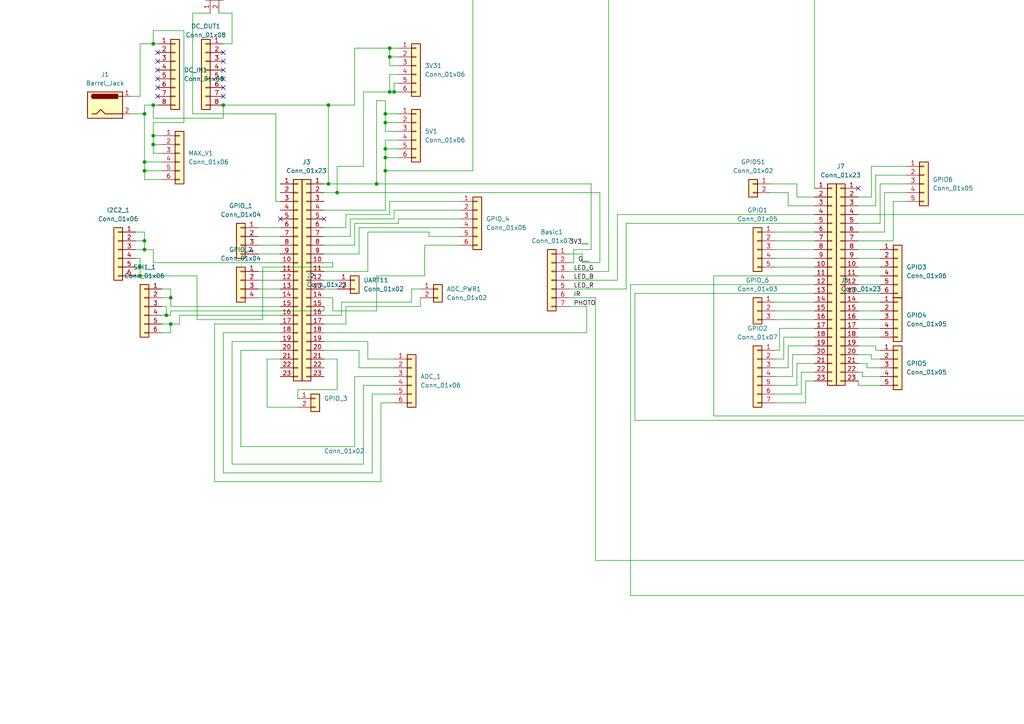
<source format=kicad_sch>
(kicad_sch (version 20211123) (generator eeschema)
  (paper "A4")
  (lib_symbols
    (symbol "Connector:Barrel_Jack" (pin_names (offset 1.016))
      (property "Reference" "J" (at 0 5.334 0))
      (property "Value" "Barrel_Jack" (at 0 -5.08 0))
      (symbol "Barrel_Jack_0_1"
        (rectangle (start -5.08 3.81) (end 5.08 -3.81) (stroke (width 0.254)) (fill (type background)))
        (arc (start -3.302 3.175) (mid -3.937 2.54) (end -3.302 1.905) (stroke (width 0.254)))
        (arc (start -3.302 3.175) (mid -3.937 2.54) (end -3.302 1.905) (stroke (width 0.254)) (fill (type outline)))
        (polyline (pts (xy 5.08 2.54) (xy 3.81 2.54)) (stroke (width 0.254)))
        (polyline (pts (xy -3.81 -2.54) (xy -2.54 -2.54) (xy -1.27 -1.27) (xy 0 -2.54) (xy 2.54 -2.54) (xy 5.08 -2.54)) (stroke (width 0.254)))
        (rectangle (start 3.683 3.175) (end -3.302 1.905) (stroke (width 0.254)) (fill (type outline)))
      )
      (symbol "Barrel_Jack_1_1"
        (pin passive line (at 7.62 2.54 180) (length 2.54) (name "~") (number "1"))
        (pin passive line (at 7.62 -2.54 180) (length 2.54) (name "~") (number "2"))
      )
    )
    (symbol "Connector:USB_A" (pin_names (offset 1.016))
      (property "Reference" "J" (at -5.08 11.43 0))
      (property "Value" "USB_A" (at -5.08 8.89 0))
      (symbol "USB_A_0_1"
        (rectangle (start -5.08 -7.62) (end 5.08 7.62) (stroke (width 0.254)) (fill (type background)))
        (circle (center -3.81 2.159) (radius 0.635) (stroke (width 0.254)) (fill (type outline)))
        (rectangle (start -1.524 4.826) (end -4.318 5.334) (fill (type outline)))
        (rectangle (start -1.27 4.572) (end -4.572 5.842))
        (circle (center -0.635 3.429) (radius 0.381) (stroke (width 0.254)) (fill (type outline)))
        (rectangle (start -0.127 -7.62) (end 0.127 -6.858))
        (polyline (pts (xy -3.175 2.159) (xy -2.54 2.159) (xy -1.27 3.429) (xy -0.635 3.429)) (stroke (width 0.254)))
        (polyline (pts (xy -2.54 2.159) (xy -1.905 2.159) (xy -1.27 0.889) (xy 0 0.889)) (stroke (width 0.254)))
        (polyline (pts (xy 0.635 2.794) (xy 0.635 1.524) (xy 1.905 2.159) (xy 0.635 2.794)) (stroke (width 0.254)) (fill (type outline)))
        (rectangle (start 0.254 1.27) (end -0.508 0.508) (stroke (width 0.254)) (fill (type outline)))
        (rectangle (start 5.08 -2.667) (end 4.318 -2.413))
        (rectangle (start 5.08 -0.127) (end 4.318 0.127))
        (rectangle (start 5.08 4.953) (end 4.318 5.207))
      )
      (symbol "USB_A_1_1"
        (polyline (pts (xy -1.905 2.159) (xy 0.635 2.159)) (stroke (width 0.254)))
        (pin power_in line (at 7.62 5.08 180) (length 2.54) (name "VBUS") (number "1"))
        (pin bidirectional line (at 7.62 -2.54 180) (length 2.54) (name "D-") (number "2"))
        (pin bidirectional line (at 7.62 0 180) (length 2.54) (name "D+") (number "3"))
        (pin power_in line (at 0 -10.16 90) (length 2.54) (name "GND") (number "4"))
        (pin passive line (at -2.54 -10.16 90) (length 2.54) (name "Shield") (number "5"))
      )
    )
    (symbol "Connector_Generic:Conn_01x02" (pin_names (offset 1.016) hide)
      (property "Reference" "J" (at 0 2.54 0))
      (property "Value" "Conn_01x02" (at 0 -5.08 0))
      (symbol "Conn_01x02_1_1"
        (rectangle (start -1.27 -2.413) (end 0 -2.667) (stroke (width 0.1524)))
        (rectangle (start -1.27 0.127) (end 0 -0.127) (stroke (width 0.1524)))
        (rectangle (start -1.27 1.27) (end 1.27 -3.81) (stroke (width 0.254)) (fill (type background)))
        (pin passive line (at -5.08 0 0) (length 3.81) (name "Pin_1") (number "1"))
        (pin passive line (at -5.08 -2.54 0) (length 3.81) (name "Pin_2") (number "2"))
      )
    )
    (symbol "Connector_Generic:Conn_01x03" (pin_names (offset 1.016) hide)
      (property "Reference" "J" (at 0 5.08 0))
      (property "Value" "Conn_01x03" (at 0 -5.08 0))
      (symbol "Conn_01x03_1_1"
        (rectangle (start -1.27 -2.413) (end 0 -2.667) (stroke (width 0.1524)))
        (rectangle (start -1.27 0.127) (end 0 -0.127) (stroke (width 0.1524)))
        (rectangle (start -1.27 2.667) (end 0 2.413) (stroke (width 0.1524)))
        (rectangle (start -1.27 3.81) (end 1.27 -3.81) (stroke (width 0.254)) (fill (type background)))
        (pin passive line (at -5.08 2.54 0) (length 3.81) (name "Pin_1") (number "1"))
        (pin passive line (at -5.08 0 0) (length 3.81) (name "Pin_2") (number "2"))
        (pin passive line (at -5.08 -2.54 0) (length 3.81) (name "Pin_3") (number "3"))
      )
    )
    (symbol "Connector_Generic:Conn_01x04" (pin_names (offset 1.016) hide)
      (property "Reference" "J" (at 0 5.08 0))
      (property "Value" "Conn_01x04" (at 0 -7.62 0))
      (symbol "Conn_01x04_1_1"
        (rectangle (start -1.27 -4.953) (end 0 -5.207) (stroke (width 0.1524)))
        (rectangle (start -1.27 -2.413) (end 0 -2.667) (stroke (width 0.1524)))
        (rectangle (start -1.27 0.127) (end 0 -0.127) (stroke (width 0.1524)))
        (rectangle (start -1.27 2.667) (end 0 2.413) (stroke (width 0.1524)))
        (rectangle (start -1.27 3.81) (end 1.27 -6.35) (stroke (width 0.254)) (fill (type background)))
        (pin passive line (at -5.08 2.54 0) (length 3.81) (name "Pin_1") (number "1"))
        (pin passive line (at -5.08 0 0) (length 3.81) (name "Pin_2") (number "2"))
        (pin passive line (at -5.08 -2.54 0) (length 3.81) (name "Pin_3") (number "3"))
        (pin passive line (at -5.08 -5.08 0) (length 3.81) (name "Pin_4") (number "4"))
      )
    )
    (symbol "Connector_Generic:Conn_01x05" (pin_names (offset 1.016) hide)
      (property "Reference" "J" (at 0 7.62 0))
      (property "Value" "Conn_01x05" (at 0 -7.62 0))
      (symbol "Conn_01x05_1_1"
        (rectangle (start -1.27 -4.953) (end 0 -5.207) (stroke (width 0.1524)))
        (rectangle (start -1.27 -2.413) (end 0 -2.667) (stroke (width 0.1524)))
        (rectangle (start -1.27 0.127) (end 0 -0.127) (stroke (width 0.1524)))
        (rectangle (start -1.27 2.667) (end 0 2.413) (stroke (width 0.1524)))
        (rectangle (start -1.27 5.207) (end 0 4.953) (stroke (width 0.1524)))
        (rectangle (start -1.27 6.35) (end 1.27 -6.35) (stroke (width 0.254)) (fill (type background)))
        (pin passive line (at -5.08 5.08 0) (length 3.81) (name "Pin_1") (number "1"))
        (pin passive line (at -5.08 2.54 0) (length 3.81) (name "Pin_2") (number "2"))
        (pin passive line (at -5.08 0 0) (length 3.81) (name "Pin_3") (number "3"))
        (pin passive line (at -5.08 -2.54 0) (length 3.81) (name "Pin_4") (number "4"))
        (pin passive line (at -5.08 -5.08 0) (length 3.81) (name "Pin_5") (number "5"))
      )
    )
    (symbol "Connector_Generic:Conn_01x06" (pin_names (offset 1.016) hide)
      (property "Reference" "J" (at 0 7.62 0))
      (property "Value" "Conn_01x06" (at 0 -10.16 0))
      (symbol "Conn_01x06_1_1"
        (rectangle (start -1.27 -7.493) (end 0 -7.747) (stroke (width 0.1524)))
        (rectangle (start -1.27 -4.953) (end 0 -5.207) (stroke (width 0.1524)))
        (rectangle (start -1.27 -2.413) (end 0 -2.667) (stroke (width 0.1524)))
        (rectangle (start -1.27 0.127) (end 0 -0.127) (stroke (width 0.1524)))
        (rectangle (start -1.27 2.667) (end 0 2.413) (stroke (width 0.1524)))
        (rectangle (start -1.27 5.207) (end 0 4.953) (stroke (width 0.1524)))
        (rectangle (start -1.27 6.35) (end 1.27 -8.89) (stroke (width 0.254)) (fill (type background)))
        (pin passive line (at -5.08 5.08 0) (length 3.81) (name "Pin_1") (number "1"))
        (pin passive line (at -5.08 2.54 0) (length 3.81) (name "Pin_2") (number "2"))
        (pin passive line (at -5.08 0 0) (length 3.81) (name "Pin_3") (number "3"))
        (pin passive line (at -5.08 -2.54 0) (length 3.81) (name "Pin_4") (number "4"))
        (pin passive line (at -5.08 -5.08 0) (length 3.81) (name "Pin_5") (number "5"))
        (pin passive line (at -5.08 -7.62 0) (length 3.81) (name "Pin_6") (number "6"))
      )
    )
    (symbol "Connector_Generic:Conn_01x07" (pin_names (offset 1.016) hide)
      (property "Reference" "J" (at 0 10.16 0))
      (property "Value" "Conn_01x07" (at 0 -10.16 0))
      (symbol "Conn_01x07_1_1"
        (rectangle (start -1.27 -7.493) (end 0 -7.747) (stroke (width 0.1524)))
        (rectangle (start -1.27 -4.953) (end 0 -5.207) (stroke (width 0.1524)))
        (rectangle (start -1.27 -2.413) (end 0 -2.667) (stroke (width 0.1524)))
        (rectangle (start -1.27 0.127) (end 0 -0.127) (stroke (width 0.1524)))
        (rectangle (start -1.27 2.667) (end 0 2.413) (stroke (width 0.1524)))
        (rectangle (start -1.27 5.207) (end 0 4.953) (stroke (width 0.1524)))
        (rectangle (start -1.27 7.747) (end 0 7.493) (stroke (width 0.1524)))
        (rectangle (start -1.27 8.89) (end 1.27 -8.89) (stroke (width 0.254)) (fill (type background)))
        (pin passive line (at -5.08 7.62 0) (length 3.81) (name "Pin_1") (number "1"))
        (pin passive line (at -5.08 5.08 0) (length 3.81) (name "Pin_2") (number "2"))
        (pin passive line (at -5.08 2.54 0) (length 3.81) (name "Pin_3") (number "3"))
        (pin passive line (at -5.08 0 0) (length 3.81) (name "Pin_4") (number "4"))
        (pin passive line (at -5.08 -2.54 0) (length 3.81) (name "Pin_5") (number "5"))
        (pin passive line (at -5.08 -5.08 0) (length 3.81) (name "Pin_6") (number "6"))
        (pin passive line (at -5.08 -7.62 0) (length 3.81) (name "Pin_7") (number "7"))
      )
    )
    (symbol "Connector_Generic:Conn_01x08" (pin_names (offset 1.016) hide)
      (property "Reference" "J" (at 0 10.16 0))
      (property "Value" "Conn_01x08" (at 0 -12.7 0))
      (symbol "Conn_01x08_1_1"
        (rectangle (start -1.27 -10.033) (end 0 -10.287) (stroke (width 0.1524)))
        (rectangle (start -1.27 -7.493) (end 0 -7.747) (stroke (width 0.1524)))
        (rectangle (start -1.27 -4.953) (end 0 -5.207) (stroke (width 0.1524)))
        (rectangle (start -1.27 -2.413) (end 0 -2.667) (stroke (width 0.1524)))
        (rectangle (start -1.27 0.127) (end 0 -0.127) (stroke (width 0.1524)))
        (rectangle (start -1.27 2.667) (end 0 2.413) (stroke (width 0.1524)))
        (rectangle (start -1.27 5.207) (end 0 4.953) (stroke (width 0.1524)))
        (rectangle (start -1.27 7.747) (end 0 7.493) (stroke (width 0.1524)))
        (rectangle (start -1.27 8.89) (end 1.27 -11.43) (stroke (width 0.254)) (fill (type background)))
        (pin passive line (at -5.08 7.62 0) (length 3.81) (name "Pin_1") (number "1"))
        (pin passive line (at -5.08 5.08 0) (length 3.81) (name "Pin_2") (number "2"))
        (pin passive line (at -5.08 2.54 0) (length 3.81) (name "Pin_3") (number "3"))
        (pin passive line (at -5.08 0 0) (length 3.81) (name "Pin_4") (number "4"))
        (pin passive line (at -5.08 -2.54 0) (length 3.81) (name "Pin_5") (number "5"))
        (pin passive line (at -5.08 -5.08 0) (length 3.81) (name "Pin_6") (number "6"))
        (pin passive line (at -5.08 -7.62 0) (length 3.81) (name "Pin_7") (number "7"))
        (pin passive line (at -5.08 -10.16 0) (length 3.81) (name "Pin_8") (number "8"))
      )
    )
    (symbol "Connector_Generic:Conn_01x23" (pin_names (offset 1.016) hide)
      (property "Reference" "J" (at 0 30.48 0))
      (property "Value" "Conn_01x23" (at 0 -30.48 0))
      (symbol "Conn_01x23_1_1"
        (rectangle (start -1.27 -27.813) (end 0 -28.067) (stroke (width 0.1524)))
        (rectangle (start -1.27 -25.273) (end 0 -25.527) (stroke (width 0.1524)))
        (rectangle (start -1.27 -22.733) (end 0 -22.987) (stroke (width 0.1524)))
        (rectangle (start -1.27 -20.193) (end 0 -20.447) (stroke (width 0.1524)))
        (rectangle (start -1.27 -17.653) (end 0 -17.907) (stroke (width 0.1524)))
        (rectangle (start -1.27 -15.113) (end 0 -15.367) (stroke (width 0.1524)))
        (rectangle (start -1.27 -12.573) (end 0 -12.827) (stroke (width 0.1524)))
        (rectangle (start -1.27 -10.033) (end 0 -10.287) (stroke (width 0.1524)))
        (rectangle (start -1.27 -7.493) (end 0 -7.747) (stroke (width 0.1524)))
        (rectangle (start -1.27 -4.953) (end 0 -5.207) (stroke (width 0.1524)))
        (rectangle (start -1.27 -2.413) (end 0 -2.667) (stroke (width 0.1524)))
        (rectangle (start -1.27 0.127) (end 0 -0.127) (stroke (width 0.1524)))
        (rectangle (start -1.27 2.667) (end 0 2.413) (stroke (width 0.1524)))
        (rectangle (start -1.27 5.207) (end 0 4.953) (stroke (width 0.1524)))
        (rectangle (start -1.27 7.747) (end 0 7.493) (stroke (width 0.1524)))
        (rectangle (start -1.27 10.287) (end 0 10.033) (stroke (width 0.1524)))
        (rectangle (start -1.27 12.827) (end 0 12.573) (stroke (width 0.1524)))
        (rectangle (start -1.27 15.367) (end 0 15.113) (stroke (width 0.1524)))
        (rectangle (start -1.27 17.907) (end 0 17.653) (stroke (width 0.1524)))
        (rectangle (start -1.27 20.447) (end 0 20.193) (stroke (width 0.1524)))
        (rectangle (start -1.27 22.987) (end 0 22.733) (stroke (width 0.1524)))
        (rectangle (start -1.27 25.527) (end 0 25.273) (stroke (width 0.1524)))
        (rectangle (start -1.27 28.067) (end 0 27.813) (stroke (width 0.1524)))
        (rectangle (start -1.27 29.21) (end 1.27 -29.21) (stroke (width 0.254)) (fill (type background)))
        (pin passive line (at -5.08 27.94 0) (length 3.81) (name "Pin_1") (number "1"))
        (pin passive line (at -5.08 5.08 0) (length 3.81) (name "Pin_10") (number "10"))
        (pin passive line (at -5.08 2.54 0) (length 3.81) (name "Pin_11") (number "11"))
        (pin passive line (at -5.08 0 0) (length 3.81) (name "Pin_12") (number "12"))
        (pin passive line (at -5.08 -2.54 0) (length 3.81) (name "Pin_13") (number "13"))
        (pin passive line (at -5.08 -5.08 0) (length 3.81) (name "Pin_14") (number "14"))
        (pin passive line (at -5.08 -7.62 0) (length 3.81) (name "Pin_15") (number "15"))
        (pin passive line (at -5.08 -10.16 0) (length 3.81) (name "Pin_16") (number "16"))
        (pin passive line (at -5.08 -12.7 0) (length 3.81) (name "Pin_17") (number "17"))
        (pin passive line (at -5.08 -15.24 0) (length 3.81) (name "Pin_18") (number "18"))
        (pin passive line (at -5.08 -17.78 0) (length 3.81) (name "Pin_19") (number "19"))
        (pin passive line (at -5.08 25.4 0) (length 3.81) (name "Pin_2") (number "2"))
        (pin passive line (at -5.08 -20.32 0) (length 3.81) (name "Pin_20") (number "20"))
        (pin passive line (at -5.08 -22.86 0) (length 3.81) (name "Pin_21") (number "21"))
        (pin passive line (at -5.08 -25.4 0) (length 3.81) (name "Pin_22") (number "22"))
        (pin passive line (at -5.08 -27.94 0) (length 3.81) (name "Pin_23") (number "23"))
        (pin passive line (at -5.08 22.86 0) (length 3.81) (name "Pin_3") (number "3"))
        (pin passive line (at -5.08 20.32 0) (length 3.81) (name "Pin_4") (number "4"))
        (pin passive line (at -5.08 17.78 0) (length 3.81) (name "Pin_5") (number "5"))
        (pin passive line (at -5.08 15.24 0) (length 3.81) (name "Pin_6") (number "6"))
        (pin passive line (at -5.08 12.7 0) (length 3.81) (name "Pin_7") (number "7"))
        (pin passive line (at -5.08 10.16 0) (length 3.81) (name "Pin_8") (number "8"))
        (pin passive line (at -5.08 7.62 0) (length 3.81) (name "Pin_9") (number "9"))
      )
    )
    (symbol "Device:R" (pin_numbers hide) (pin_names (offset 0))
      (property "Reference" "R" (at 2.032 0 90))
      (property "Value" "R" (at 0 0 90))
      (symbol "R_0_1"
        (rectangle (start -1.016 -2.54) (end 1.016 2.54) (stroke (width 0.254)))
      )
      (symbol "R_1_1"
        (pin passive line (at 0 3.81 270) (length 1.27) (name "~") (number "1"))
        (pin passive line (at 0 -3.81 90) (length 1.27) (name "~") (number "2"))
      )
    )
    (symbol "Mechanical:MountingHole" (pin_names (offset 1.016))
      (property "Reference" "H" (at 0 5.08 0))
      (property "Value" "MountingHole" (at 0 3.175 0))
      (symbol "MountingHole_0_1"
        (circle (center 0 0) (radius 1.27) (stroke (width 1.27)))
      )
    )
    (symbol "Transistor_FET:IRF3205" (pin_names hide)
      (property "Reference" "Q" (at 6.35 1.905 0))
      (property "Value" "IRF3205" (at 6.35 0 0))
      (symbol "IRF3205_0_1"
        (polyline (pts (xy 0.254 0) (xy -2.54 0)))
        (polyline (pts (xy 0.254 1.905) (xy 0.254 -1.905)) (stroke (width 0.254)))
        (polyline (pts (xy 0.762 -1.27) (xy 0.762 -2.286)) (stroke (width 0.254)))
        (polyline (pts (xy 0.762 0.508) (xy 0.762 -0.508)) (stroke (width 0.254)))
        (polyline (pts (xy 0.762 2.286) (xy 0.762 1.27)) (stroke (width 0.254)))
        (polyline (pts (xy 2.54 2.54) (xy 2.54 1.778)))
        (polyline (pts (xy 2.54 -2.54) (xy 2.54 0) (xy 0.762 0)))
        (polyline (pts (xy 0.762 -1.778) (xy 3.302 -1.778) (xy 3.302 1.778) (xy 0.762 1.778)))
        (polyline (pts (xy 1.016 0) (xy 2.032 0.381) (xy 2.032 -0.381) (xy 1.016 0)) (fill (type outline)))
        (polyline (pts (xy 2.794 0.508) (xy 2.921 0.381) (xy 3.683 0.381) (xy 3.81 0.254)))
        (polyline (pts (xy 3.302 0.381) (xy 2.921 -0.254) (xy 3.683 -0.254) (xy 3.302 0.381)))
        (circle (center 1.651 0) (radius 2.794) (stroke (width 0.254)))
        (circle (center 2.54 -1.778) (radius 0.254) (fill (type outline)))
        (circle (center 2.54 1.778) (radius 0.254) (fill (type outline)))
      )
      (symbol "IRF3205_1_1"
        (pin input line (at -5.08 0 0) (length 2.54) (name "G") (number "1"))
        (pin passive line (at 2.54 5.08 270) (length 2.54) (name "D") (number "2"))
        (pin passive line (at 2.54 -5.08 90) (length 2.54) (name "S") (number "3"))
      )
    )
  )
  (junction (at 41.91 49.53))
  (junction (at 44.45 39.37))
  (junction (at 113.03 16.51))
  (junction (at 49.53 93.98))
  (junction (at 44.45 41.91))
  (junction (at 40.64 77.47))
  (junction (at 111.76 35.56))
  (junction (at 41.91 69.85))
  (junction (at 64.77 30.48))
  (junction (at 346.71 121.92))
  (junction (at 354.33 130.81))
  (junction (at 346.71 172.72))
  (junction (at 109.22 53.34))
  (junction (at 48.26 91.44))
  (junction (at 111.76 33.02))
  (junction (at 44.45 30.48))
  (junction (at 44.45 12.7))
  (junction (at 95.25 30.48))
  (junction (at 111.76 43.18))
  (junction (at 41.91 72.39))
  (junction (at 111.76 45.72))
  (junction (at 346.71 87.63))
  (junction (at 113.03 26.67))
  (junction (at 114.3 26.67))
  (junction (at 97.79 55.88))
  (junction (at 40.64 80.01))
  (junction (at 41.91 46.99))
  (junction (at 111.76 49.53))
  (junction (at 41.91 33.02))
  (junction (at 113.03 13.97))
  (junction (at 369.57 130.81))
  (junction (at 95.25 53.34))
  (junction (at 354.33 181.61))
  (junction (at 49.53 86.36))
  (no_connect (at 346.71 156.21))
  (no_connect (at 45.72 22.86))
  (no_connect (at 45.72 25.4))
  (no_connect (at 45.72 27.94))
  (no_connect (at 64.77 15.24))
  (no_connect (at 45.72 15.24))
  (no_connect (at 45.72 17.78))
  (no_connect (at 45.72 20.32))
  (no_connect (at 64.77 17.78))
  (no_connect (at 64.77 20.32))
  (no_connect (at 64.77 22.86))
  (no_connect (at 64.77 25.4))
  (no_connect (at 64.77 27.94))
  (no_connect (at 346.71 153.67))
  (no_connect (at 93.98 63.5))
  (no_connect (at 81.28 63.5))
  (no_connect (at 356.87 163.83))
  (no_connect (at 346.71 105.41))
  (no_connect (at 356.87 113.03))
  (no_connect (at 346.71 102.87))
  (no_connect (at 248.92 54.61))
  (wire (pts (xy 137.16 49.53) (xy 137.16 -12.7)))
  (wire (pts (xy 49.53 93.98) (xy 46.99 93.98)))
  (wire (pts (xy 102.87 71.12) (xy 102.87 64.77)))
  (wire (pts (xy 81.28 99.06) (xy 67.31 99.06)))
  (wire (pts (xy 113.03 26.67) (xy 114.3 26.67)))
  (wire (pts (xy 236.22 -15.24) (xy 369.57 -15.24)))
  (wire (pts (xy 231.14 105.41) (xy 236.22 105.41)))
  (wire (pts (xy 346.71 138.43) (xy 346.71 148.59)))
  (wire (pts (xy 38.1 33.02) (xy 41.91 33.02)))
  (wire (pts (xy 41.91 52.07) (xy 46.99 52.07)))
  (wire (pts (xy 41.91 30.48) (xy 44.45 30.48)))
  (wire (pts (xy 67.31 99.06) (xy 67.31 134.62)))
  (wire (pts (xy 100.33 93.98) (xy 100.33 88.9)))
  (wire (pts (xy 64.77 137.16) (xy 107.95 137.16)))
  (wire (pts (xy 111.76 40.64) (xy 115.57 40.64)))
  (wire (pts (xy 255.27 53.34) (xy 262.89 53.34)))
  (wire (pts (xy 93.98 81.28) (xy 97.79 81.28)))
  (wire (pts (xy 74.93 71.12) (xy 81.28 71.12)))
  (wire (pts (xy 74.93 66.04) (xy 81.28 66.04)))
  (wire (pts (xy 223.52 55.88) (xy 228.6 55.88)))
  (wire (pts (xy 97.79 113.03) (xy 86.36 113.03)))
  (wire (pts (xy 62.23 93.98) (xy 62.23 139.7)))
  (wire (pts (xy 345.44 121.92) (xy 346.71 121.92)))
  (wire (pts (xy 69.85 129.54) (xy 69.85 101.6)))
  (wire (pts (xy 248.92 82.55) (xy 255.27 82.55)))
  (wire (pts (xy 248.92 95.25) (xy 255.27 95.25)))
  (wire (pts (xy 44.45 41.91) (xy 46.99 41.91)))
  (wire (pts (xy 96.52 76.2) (xy 96.52 77.47)))
  (wire (pts (xy 86.36 118.11) (xy 77.47 118.11)))
  (wire (pts (xy 97.79 48.26) (xy 97.79 55.88)))
  (wire (pts (xy 124.46 67.31) (xy 124.46 68.58)))
  (wire (pts (xy 115.57 64.77) (xy 115.57 63.5)))
  (wire (pts (xy 176.53 -3.81) (xy 176.53 78.74)))
  (wire (pts (xy 111.76 49.53) (xy 111.76 45.72)))
  (wire (pts (xy 369.57 130.81) (xy 369.57 181.61)))
  (wire (pts (xy 318.77 62.23) (xy 318.77 -3.81)))
  (wire (pts (xy 207.01 80.01) (xy 207.01 120.65)))
  (wire (pts (xy 228.6 59.69) (xy 236.22 59.69)))
  (wire (pts (xy 105.41 48.26) (xy 97.79 48.26)))
  (wire (pts (xy 228.6 106.68) (xy 228.6 100.33)))
  (wire (pts (xy 49.53 86.36) (xy 49.53 83.82)))
  (wire (pts (xy 248.92 102.87) (xy 252.73 102.87)))
  (wire (pts (xy 52.07 93.98) (xy 49.53 93.98)))
  (wire (pts (xy 252.73 57.15) (xy 252.73 48.26)))
  (wire (pts (xy 111.76 60.96) (xy 111.76 49.53)))
  (wire (pts (xy 104.14 106.68) (xy 114.3 106.68)))
  (wire (pts (xy 111.76 45.72) (xy 115.57 45.72)))
  (wire (pts (xy 80.01 33.02) (xy 80.01 58.42)))
  (wire (pts (xy 62.23 139.7) (xy 110.49 139.7)))
  (wire (pts (xy 346.71 87.63) (xy 365.76 87.63)))
  (wire (pts (xy 248.92 110.49) (xy 248.92 111.76)))
  (wire (pts (xy 369.57 130.81) (xy 354.33 130.81)))
  (wire (pts (xy 49.53 88.9) (xy 49.53 86.36)))
  (wire (pts (xy 102.87 129.54) (xy 69.85 129.54)))
  (wire (pts (xy 76.2 92.71) (xy 57.15 92.71)))
  (wire (pts (xy 223.52 53.34) (xy 231.14 53.34)))
  (wire (pts (xy 254 101.6) (xy 255.27 101.6)))
  (wire (pts (xy 248.92 69.85) (xy 259.08 69.85)))
  (wire (pts (xy 101.6 68.58) (xy 101.6 63.5)))
  (wire (pts (xy 64.77 30.48) (xy 64.77 34.29)))
  (wire (pts (xy 93.98 91.44) (xy 99.06 91.44)))
  (wire (pts (xy 44.45 44.45) (xy 46.99 44.45)))
  (wire (pts (xy 41.91 33.02) (xy 41.91 30.48)))
  (wire (pts (xy 369.57 181.61) (xy 354.33 181.61)))
  (wire (pts (xy 93.98 66.04) (xy 100.33 66.04)))
  (wire (pts (xy 337.82 121.92) (xy 184.15 121.92)))
  (wire (pts (xy 251.46 106.68) (xy 255.27 106.68)))
  (wire (pts (xy 64.77 12.7) (xy 67.31 12.7)))
  (wire (pts (xy 172.72 86.36) (xy 172.72 162.56)))
  (wire (pts (xy 40.64 80.01) (xy 57.15 80.01)))
  (wire (pts (xy 224.79 90.17) (xy 236.22 90.17)))
  (wire (pts (xy 105.41 26.67) (xy 113.03 26.67)))
  (wire (pts (xy 337.82 172.72) (xy 182.88 172.72)))
  (wire (pts (xy 227.33 104.14) (xy 227.33 97.79)))
  (wire (pts (xy 41.91 46.99) (xy 46.99 46.99)))
  (wire (pts (xy 165.1 83.82) (xy 181.61 83.82)))
  (wire (pts (xy 254 100.33) (xy 254 101.6)))
  (wire (pts (xy 248.92 107.95) (xy 250.19 107.95)))
  (wire (pts (xy 93.98 78.74) (xy 106.68 78.74)))
  (wire (pts (xy 52.07 91.44) (xy 52.07 93.98)))
  (wire (pts (xy 133.35 71.12) (xy 123.19 71.12)))
  (wire (pts (xy 166.37 72.39) (xy 171.45 72.39)))
  (wire (pts (xy 76.2 77.47) (xy 76.2 92.71)))
  (wire (pts (xy 113.03 62.23) (xy 113.03 58.42)))
  (wire (pts (xy 123.19 71.12) (xy 123.19 80.01)))
  (wire (pts (xy 224.79 87.63) (xy 236.22 87.63)))
  (wire (pts (xy 248.92 59.69) (xy 254 59.69)))
  (wire (pts (xy 252.73 102.87) (xy 252.73 104.14)))
  (wire (pts (xy 86.36 113.03) (xy 86.36 115.57)))
  (wire (pts (xy 49.53 88.9) (xy 81.28 88.9)))
  (wire (pts (xy 111.76 35.56) (xy 115.57 35.56)))
  (wire (pts (xy 113.03 21.59) (xy 115.57 21.59)))
  (wire (pts (xy 96.52 90.17) (xy 96.52 86.36)))
  (wire (pts (xy 95.25 30.48) (xy 95.25 53.34)))
  (wire (pts (xy 123.19 80.01) (xy 109.22 80.01)))
  (wire (pts (xy 55.88 33.02) (xy 80.01 33.02)))
  (wire (pts (xy 113.03 19.05) (xy 115.57 19.05)))
  (wire (pts (xy 248.92 67.31) (xy 256.54 67.31)))
  (wire (pts (xy 228.6 100.33) (xy 236.22 100.33)))
  (wire (pts (xy 106.68 99.06) (xy 106.68 104.14)))
  (wire (pts (xy 232.41 107.95) (xy 236.22 107.95)))
  (wire (pts (xy 224.79 111.76) (xy 231.14 111.76)))
  (wire (pts (xy 113.03 58.42) (xy 133.35 58.42)))
  (wire (pts (xy 248.92 90.17) (xy 255.27 90.17)))
  (wire (pts (xy 251.46 105.41) (xy 251.46 106.68)))
  (wire (pts (xy 102.87 13.97) (xy 113.03 13.97)))
  (wire (pts (xy 248.92 97.79) (xy 255.27 97.79)))
  (wire (pts (xy 111.76 29.21) (xy 109.22 29.21)))
  (wire (pts (xy 49.53 90.17) (xy 49.53 91.44)))
  (wire (pts (xy 69.85 101.6) (xy 81.28 101.6)))
  (wire (pts (xy 99.06 91.44) (xy 99.06 87.63)))
  (wire (pts (xy 109.22 53.34) (xy 171.45 53.34)))
  (wire (pts (xy 77.47 118.11) (xy 77.47 104.14)))
  (wire (pts (xy 346.71 121.92) (xy 346.71 123.19)))
  (wire (pts (xy 93.98 104.14) (xy 97.79 104.14)))
  (wire (pts (xy 113.03 16.51) (xy 115.57 16.51)))
  (wire (pts (xy 40.64 74.93) (xy 39.37 74.93)))
  (wire (pts (xy 49.53 96.52) (xy 46.99 96.52)))
  (wire (pts (xy 121.92 88.9) (xy 121.92 86.36)))
  (wire (pts (xy 236.22 64.77) (xy 181.61 64.77)))
  (wire (pts (xy 106.68 104.14) (xy 114.3 104.14)))
  (wire (pts (xy 107.95 137.16) (xy 107.95 114.3)))
  (wire (pts (xy 74.93 68.58) (xy 81.28 68.58)))
  (wire (pts (xy 354.33 127) (xy 354.33 130.81)))
  (wire (pts (xy 224.79 114.3) (xy 232.41 114.3)))
  (wire (pts (xy 41.91 67.31) (xy 41.91 69.85)))
  (wire (pts (xy 93.98 73.66) (xy 104.14 73.66)))
  (wire (pts (xy 44.45 30.48) (xy 45.72 30.48)))
  (wire (pts (xy 318.77 -3.81) (xy 176.53 -3.81)))
  (wire (pts (xy 248.92 111.76) (xy 255.27 111.76)))
  (wire (pts (xy 124.46 68.58) (xy 133.35 68.58)))
  (wire (pts (xy 354.33 163.83) (xy 354.33 167.64)))
  (wire (pts (xy 224.79 69.85) (xy 236.22 69.85)))
  (wire (pts (xy 44.45 12.7) (xy 44.45 8.89)))
  (wire (pts (xy 165.1 73.66) (xy 168.91 73.66)))
  (wire (pts (xy 369.57 -15.24) (xy 369.57 130.81)))
  (wire (pts (xy 101.6 63.5) (xy 114.3 63.5)))
  (wire (pts (xy 254 59.69) (xy 254 50.8)))
  (wire (pts (xy 248.92 57.15) (xy 252.73 57.15)))
  (wire (pts (xy 137.16 -12.7) (xy 346.71 -12.7)))
  (wire (pts (xy 93.98 83.82) (xy 97.79 83.82)))
  (wire (pts (xy 44.45 8.89) (xy 53.34 8.89)))
  (wire (pts (xy 81.28 91.44) (xy 52.07 91.44)))
  (wire (pts (xy 321.31 120.65) (xy 321.31 162.56)))
  (wire (pts (xy 321.31 162.56) (xy 172.72 162.56)))
  (wire (pts (xy 229.87 102.87) (xy 236.22 102.87)))
  (wire (pts (xy 114.3 26.67) (xy 115.57 26.67)))
  (wire (pts (xy 44.45 35.56) (xy 44.45 39.37)))
  (wire (pts (xy 248.92 100.33) (xy 254 100.33)))
  (wire (pts (xy 248.92 85.09) (xy 255.27 85.09)))
  (wire (pts (xy 181.61 64.77) (xy 181.61 83.82)))
  (wire (pts (xy 111.76 33.02) (xy 115.57 33.02)))
  (wire (pts (xy 354.33 113.03) (xy 354.33 116.84)))
  (wire (pts (xy 250.19 109.22) (xy 255.27 109.22)))
  (wire (pts (xy 40.64 27.94) (xy 40.64 12.7)))
  (wire (pts (xy 44.45 72.39) (xy 44.45 76.2)))
  (wire (pts (xy 224.79 92.71) (xy 236.22 92.71)))
  (wire (pts (xy 57.15 92.71) (xy 57.15 80.01)))
  (wire (pts (xy 63.5 3.81) (xy 67.31 3.81)))
  (wire (pts (xy 114.3 60.96) (xy 133.35 60.96)))
  (wire (pts (xy 224.79 74.93) (xy 236.22 74.93)))
  (wire (pts (xy 114.3 63.5) (xy 114.3 60.96)))
  (wire (pts (xy 111.76 49.53) (xy 137.16 49.53)))
  (wire (pts (xy 170.18 88.9) (xy 165.1 88.9)))
  (wire (pts (xy 184.15 85.09) (xy 236.22 85.09)))
  (wire (pts (xy 74.93 81.28) (xy 81.28 81.28)))
  (wire (pts (xy 93.98 101.6) (xy 104.14 101.6)))
  (wire (pts (xy 44.45 72.39) (xy 41.91 72.39)))
  (wire (pts (xy 346.71 172.72) (xy 346.71 173.99)))
  (wire (pts (xy 111.76 33.02) (xy 111.76 35.56)))
  (wire (pts (xy 95.25 53.34) (xy 93.98 53.34)))
  (wire (pts (xy 182.88 82.55) (xy 236.22 82.55)))
  (wire (pts (xy 254 50.8) (xy 262.89 50.8)))
  (wire (pts (xy 236.22 62.23) (xy 179.07 62.23)))
  (wire (pts (xy 110.49 116.84) (xy 114.3 116.84)))
  (wire (pts (xy 49.53 93.98) (xy 49.53 96.52)))
  (wire (pts (xy 173.99 55.88) (xy 173.99 76.2)))
  (wire (pts (xy 109.22 53.34) (xy 95.25 53.34)))
  (wire (pts (xy 44.45 30.48) (xy 44.45 34.29)))
  (wire (pts (xy 248.92 77.47) (xy 255.27 77.47)))
  (wire (pts (xy 41.91 46.99) (xy 41.91 49.53)))
  (wire (pts (xy 248.92 105.41) (xy 251.46 105.41)))
  (wire (pts (xy 227.33 97.79) (xy 236.22 97.79)))
  (wire (pts (xy 231.14 53.34) (xy 231.14 57.15)))
  (wire (pts (xy 248.92 64.77) (xy 255.27 64.77)))
  (wire (pts (xy 171.45 53.34) (xy 171.45 72.39)))
  (wire (pts (xy 109.22 29.21) (xy 109.22 53.34)))
  (wire (pts (xy 346.71 130.81) (xy 354.33 130.81)))
  (wire (pts (xy 41.91 72.39) (xy 39.37 72.39)))
  (wire (pts (xy 233.68 116.84) (xy 233.68 110.49)))
  (wire (pts (xy 38.1 27.94) (xy 40.64 27.94)))
  (wire (pts (xy 40.64 80.01) (xy 40.64 77.47)))
  (wire (pts (xy 74.93 73.66) (xy 81.28 73.66)))
  (wire (pts (xy 165.1 76.2) (xy 166.37 76.2)))
  (wire (pts (xy 224.79 109.22) (xy 229.87 109.22)))
  (wire (pts (xy 41.91 49.53) (xy 46.99 49.53)))
  (wire (pts (xy 119.38 87.63) (xy 119.38 83.82)))
  (wire (pts (xy 346.71 181.61) (xy 354.33 181.61)))
  (wire (pts (xy 111.76 38.1) (xy 115.57 38.1)))
  (wire (pts (xy 93.98 96.52) (xy 170.18 96.52)))
  (wire (pts (xy 102.87 64.77) (xy 115.57 64.77)))
  (wire (pts (xy 165.1 86.36) (xy 172.72 86.36)))
  (wire (pts (xy 81.28 93.98) (xy 62.23 93.98)))
  (wire (pts (xy 44.45 34.29) (xy 64.77 34.29)))
  (wire (pts (xy 39.37 80.01) (xy 40.64 80.01)))
  (wire (pts (xy 106.68 67.31) (xy 124.46 67.31)))
  (wire (pts (xy 106.68 78.74) (xy 106.68 67.31)))
  (wire (pts (xy 104.14 73.66) (xy 104.14 66.04)))
  (wire (pts (xy 166.37 76.2) (xy 166.37 72.39)))
  (wire (pts (xy 248.92 92.71) (xy 255.27 92.71)))
  (wire (pts (xy 224.79 101.6) (xy 226.06 101.6)))
  (wire (pts (xy 207.01 80.01) (xy 236.22 80.01)))
  (wire (pts (xy 107.95 114.3) (xy 114.3 114.3)))
  (wire (pts (xy 233.68 110.49) (xy 236.22 110.49)))
  (wire (pts (xy 93.98 93.98) (xy 100.33 93.98)))
  (wire (pts (xy 224.79 67.31) (xy 236.22 67.31)))
  (wire (pts (xy 113.03 16.51) (xy 113.03 19.05)))
  (wire (pts (xy 111.76 29.21) (xy 111.76 33.02)))
  (wire (pts (xy 80.01 58.42) (xy 81.28 58.42)))
  (wire (pts (xy 41.91 49.53) (xy 41.91 52.07)))
  (wire (pts (xy 248.92 72.39) (xy 255.27 72.39)))
  (wire (pts (xy 259.08 58.42) (xy 262.89 58.42)))
  (wire (pts (xy 100.33 66.04) (xy 100.33 62.23)))
  (wire (pts (xy 248.92 74.93) (xy 255.27 74.93)))
  (wire (pts (xy 228.6 55.88) (xy 228.6 59.69)))
  (wire (pts (xy 184.15 121.92) (xy 184.15 85.09)))
  (wire (pts (xy 224.79 104.14) (xy 227.33 104.14)))
  (wire (pts (xy 41.91 69.85) (xy 41.91 72.39)))
  (wire (pts (xy 104.14 66.04) (xy 133.35 66.04)))
  (wire (pts (xy 114.3 24.13) (xy 115.57 24.13)))
  (wire (pts (xy 224.79 116.84) (xy 233.68 116.84)))
  (wire (pts (xy 252.73 104.14) (xy 255.27 104.14)))
  (wire (pts (xy 231.14 57.15) (xy 236.22 57.15)))
  (wire (pts (xy 111.76 35.56) (xy 111.76 38.1)))
  (wire (pts (xy 105.41 134.62) (xy 105.41 111.76)))
  (wire (pts (xy 99.06 87.63) (xy 119.38 87.63)))
  (wire (pts (xy 41.91 33.02) (xy 41.91 46.99)))
  (wire (pts (xy 39.37 77.47) (xy 40.64 77.47)))
  (wire (pts (xy 259.08 69.85) (xy 259.08 58.42)))
  (wire (pts (xy 170.18 96.52) (xy 170.18 88.9)))
  (wire (pts (xy 93.98 71.12) (xy 102.87 71.12)))
  (wire (pts (xy 179.07 62.23) (xy 179.07 81.28)))
  (wire (pts (xy 105.41 26.67) (xy 105.41 48.26)))
  (wire (pts (xy 93.98 76.2) (xy 96.52 76.2)))
  (wire (pts (xy 100.33 88.9) (xy 121.92 88.9)))
  (wire (pts (xy 229.87 109.22) (xy 229.87 102.87)))
  (wire (pts (xy 55.88 3.81) (xy 60.96 3.81)))
  (wire (pts (xy 64.77 96.52) (xy 81.28 96.52)))
  (wire (pts (xy 256.54 55.88) (xy 262.89 55.88)))
  (wire (pts (xy 119.38 83.82) (xy 121.92 83.82)))
  (wire (pts (xy 53.34 35.56) (xy 44.45 35.56)))
  (wire (pts (xy 49.53 86.36) (xy 46.99 86.36)))
  (wire (pts (xy 111.76 45.72) (xy 111.76 43.18)))
  (wire (pts (xy 48.26 88.9) (xy 46.99 88.9)))
  (wire (pts (xy 67.31 3.81) (xy 67.31 12.7)))
  (wire (pts (xy 111.76 43.18) (xy 111.76 40.64)))
  (wire (pts (xy 115.57 63.5) (xy 133.35 63.5)))
  (wire (pts (xy 74.93 86.36) (xy 81.28 86.36)))
  (wire (pts (xy 256.54 67.31) (xy 256.54 55.88)))
  (wire (pts (xy 102.87 109.22) (xy 102.87 129.54)))
  (wire (pts (xy 55.88 3.81) (xy 55.88 33.02)))
  (wire (pts (xy 105.41 111.76) (xy 114.3 111.76)))
  (wire (pts (xy 40.64 12.7) (xy 44.45 12.7)))
  (wire (pts (xy 114.3 26.67) (xy 114.3 24.13)))
  (wire (pts (xy 64.77 96.52) (xy 64.77 137.16)))
  (wire (pts (xy 64.77 30.48) (xy 95.25 30.48)))
  (wire (pts (xy 93.98 68.58) (xy 101.6 68.58)))
  (wire (pts (xy 365.76 87.63) (xy 365.76 138.43)))
  (wire (pts (xy 102.87 30.48) (xy 102.87 13.97)))
  (wire (pts (xy 67.31 134.62) (xy 105.41 134.62)))
  (wire (pts (xy 248.92 80.01) (xy 255.27 80.01)))
  (wire (pts (xy 248.92 87.63) (xy 255.27 87.63)))
  (wire (pts (xy 93.98 60.96) (xy 111.76 60.96)))
  (wire (pts (xy 93.98 86.36) (xy 96.52 86.36)))
  (wire (pts (xy 44.45 39.37) (xy 46.99 39.37)))
  (wire (pts (xy 168.91 76.2) (xy 173.99 76.2)))
  (wire (pts (xy 165.1 81.28) (xy 179.07 81.28)))
  (wire (pts (xy 110.49 116.84) (xy 110.49 139.7)))
  (wire (pts (xy 207.01 120.65) (xy 321.31 120.65)))
  (wire (pts (xy 113.03 26.67) (xy 113.03 21.59)))
  (wire (pts (xy 346.71 87.63) (xy 346.71 97.79)))
  (wire (pts (xy 49.53 91.44) (xy 48.26 91.44)))
  (wire (pts (xy 97.79 104.14) (xy 97.79 113.03)))
  (wire (pts (xy 224.79 77.47) (xy 236.22 77.47)))
  (wire (pts (xy 74.93 78.74) (xy 81.28 78.74)))
  (wire (pts (xy 49.53 83.82) (xy 46.99 83.82)))
  (wire (pts (xy 255.27 64.77) (xy 255.27 53.34)))
  (wire (pts (xy 113.03 13.97) (xy 115.57 13.97)))
  (wire (pts (xy 365.76 138.43) (xy 346.71 138.43)))
  (wire (pts (xy 109.22 90.17) (xy 96.52 90.17)))
  (wire (pts (xy 77.47 104.14) (xy 81.28 104.14)))
  (wire (pts (xy 113.03 13.97) (xy 113.03 16.51)))
  (wire (pts (xy 95.25 30.48) (xy 102.87 30.48)))
  (wire (pts (xy 232.41 114.3) (xy 232.41 107.95)))
  (wire (pts (xy 97.79 55.88) (xy 173.99 55.88)))
  (wire (pts (xy 93.98 99.06) (xy 106.68 99.06)))
  (wire (pts (xy 236.22 95.25) (xy 226.06 95.25)))
  (wire (pts (xy 111.76 43.18) (xy 115.57 43.18)))
  (wire (pts (xy 224.79 72.39) (xy 236.22 72.39)))
  (wire (pts (xy 44.45 76.2) (xy 81.28 76.2)))
  (wire (pts (xy 346.71 -12.7) (xy 346.71 87.63)))
  (wire (pts (xy 109.22 80.01) (xy 109.22 90.17)))
  (wire (pts (xy 182.88 172.72) (xy 182.88 82.55)))
  (wire (pts (xy 44.45 12.7) (xy 45.72 12.7)))
  (wire (pts (xy 39.37 67.31) (xy 41.91 67.31)))
  (wire (pts (xy 100.33 62.23) (xy 113.03 62.23)))
  (wire (pts (xy 252.73 48.26) (xy 262.89 48.26)))
  (wire (pts (xy 250.19 107.95) (xy 250.19 109.22)))
  (wire (pts (xy 96.52 77.47) (xy 76.2 77.47)))
  (wire (pts (xy 48.26 91.44) (xy 48.26 88.9)))
  (wire (pts (xy 104.14 101.6) (xy 104.14 106.68)))
  (wire (pts (xy 114.3 109.22) (xy 102.87 109.22)))
  (wire (pts (xy 345.44 172.72) (xy 346.71 172.72)))
  (wire (pts (xy 53.34 8.89) (xy 53.34 35.56)))
  (wire (pts (xy 168.91 73.66) (xy 168.91 76.2)))
  (wire (pts (xy 165.1 78.74) (xy 176.53 78.74)))
  (wire (pts (xy 354.33 177.8) (xy 354.33 181.61)))
  (wire (pts (xy 236.22 -15.24) (xy 236.22 54.61)))
  (wire (pts (xy 93.98 88.9) (xy 93.98 90.17)))
  (wire (pts (xy 226.06 95.25) (xy 226.06 101.6)))
  (wire (pts (xy 93.98 55.88) (xy 97.79 55.88)))
  (wire (pts (xy 49.53 90.17) (xy 93.98 90.17)))
  (wire (pts (xy 231.14 111.76) (xy 231.14 105.41)))
  (wire (pts (xy 44.45 41.91) (xy 44.45 44.45)))
  (wire (pts (xy 48.26 91.44) (xy 46.99 91.44)))
  (wire (pts (xy 39.37 69.85) (xy 41.91 69.85)))
  (wire (pts (xy 248.92 62.23) (xy 318.77 62.23)))
  (wire (pts (xy 44.45 39.37) (xy 44.45 41.91)))
  (wire (pts (xy 74.93 83.82) (xy 81.28 83.82)))
  (wire (pts (xy 40.64 77.47) (xy 40.64 74.93)))
  (wire (pts (xy 224.79 106.68) (xy 228.6 106.68)))
  (label "PHOTO" (at 166.37 88.9 0))
  (label "LED_R" (at 166.37 83.82 0))
  (label "3V3__" (at 165.1 71.12 0))
  (label "LED_B" (at 166.37 81.28 0))
  (label "G__" (at 167.64 76.2 0))
  (label "IR" (at 166.37 86.36 0))
  (label "LED_G" (at 166.37 78.74 0))
  (symbol (lib_id "Connector_Generic:Conn_01x05") (at 260.35 92.71 0) (unit 1)
    (property "Reference" "GPIO4" (at 262.89 91.4399 0) (effects (justify left)))
    (property "Value" "Conn_01x05" (at 262.89 93.9799 0) (effects (justify left)))
    (property "Footprint" "Connector_PinHeader_2.54mm:PinHeader_1x05_P2.54mm_Vertical" (effects hide))
  )
  (symbol (lib_id "Connector_Generic:Conn_01x07") (at 160.02 81.28 0) (mirror y) (unit 1)
    (property "Reference" "Basic1" (at 160.02 67.31 0))
    (property "Value" "Conn_01x07" (at 160.02 69.85 0))
    (property "Footprint" "Connector_PinHeader_2.54mm:PinHeader_1x07_P2.54mm_Vertical" (effects hide))
  )
  (symbol (lib_id "Connector:USB_A") (at 354.33 102.87 0) (mirror y) (unit 1)
    (property "Reference" "J4" (at 354.33 90.17 0))
    (property "Value" "USB_A" (at 354.33 92.71 0))
    (property "Footprint" "Connector_USB:USB_A_CONNFLY_DS1095-WNR0" (effects hide))
    (property "Datasheet" " ~" (effects hide))
  )
  (symbol (lib_id "Connector:Barrel_Jack") (at 30.48 30.48 0) (unit 1)
    (property "Reference" "J1" (at 30.48 21.59 0))
    (property "Value" "Barrel_Jack" (at 30.48 24.13 0))
    (property "Footprint" "Connector_BarrelJack:BarrelJack_Horizontal" (effects hide))
  )
  (symbol (lib_id "Connector_Generic:Conn_01x06") (at 34.29 72.39 0) (mirror y) (unit 1)
    (property "Reference" "I2C2_1" (at 34.29 60.96 0))
    (property "Value" "Conn_01x06" (at 34.29 63.5 0))
    (property "Footprint" "Connector_PinHeader_2.54mm:PinHeader_1x06_P2.54mm_Vertical" (effects hide))
  )
  (symbol (lib_id "Connector_Generic:Conn_01x07") (at 219.71 109.22 0) (mirror y) (unit 1)
    (property "Reference" "GPIO2" (at 219.71 95.25 0))
    (property "Value" "Conn_01x07" (at 219.71 97.79 0))
    (property "Footprint" "Connector_PinHeader_2.54mm:PinHeader_1x07_P2.54mm_Vertical" (effects hide))
  )
  (symbol (lib_id "Connector_Generic:Conn_01x23") (at 243.84 82.55 0) (mirror y) (unit 1)
    (property "Reference" "J7" (at 243.84 48.26 0))
    (property "Value" "Conn_01x23" (at 243.84 50.8 0))
    (property "Footprint" "Connector_PinHeader_2.54mm:PinHeader_1x23_P2.54mm_Vertical" (effects hide))
  )
  (symbol (lib_id "Mechanical:MountingHole") (at -19.05 46.99 0) (unit 1)
    (property "Reference" "H4" (at -16.51 45.7199 0) (effects (justify left)))
    (property "Value" "MountingHole" (at -16.51 48.2599 0) (effects (justify left)))
    (property "Footprint" "MountingHole:MountingHole_2.5mm_Pad" (effects hide))
  )
  (symbol (lib_id "Connector_Generic:Conn_01x04") (at 69.85 81.28 0) (mirror y) (unit 1)
    (property "Reference" "GPIO_2" (at 69.85 72.39 0))
    (property "Value" "Conn_01x04" (at 69.85 74.93 0))
    (property "Footprint" "Connector_PinHeader_2.54mm:PinHeader_1x04_P2.54mm_Vertical" (effects hide))
  )
  (symbol (lib_id "Connector_Generic:Conn_01x23") (at 88.9 81.28 0) (mirror y) (unit 1)
    (property "Reference" "J3" (at 88.9 46.99 0))
    (property "Value" "Conn_01x23" (at 88.9 49.53 0))
    (property "Footprint" "Connector_PinHeader_2.54mm:PinHeader_1x23_P2.54mm_Vertical" (effects hide))
  )
  (symbol (lib_id "Connector_Generic:Conn_01x06") (at 41.91 88.9 0) (mirror y) (unit 1)
    (property "Reference" "SPI1_1" (at 41.91 77.47 0))
    (property "Value" "Conn_01x06" (at 41.91 80.01 0))
    (property "Footprint" "Connector_PinHeader_2.54mm:PinHeader_1x06_P2.54mm_Vertical" (effects hide))
  )
  (symbol (lib_id "Transistor_FET:IRF3205") (at 351.79 121.92 0) (unit 1)
    (property "Reference" "Q1" (at 358.14 120.6499 0) (effects (justify left)))
    (property "Value" "IRF3205" (at 358.14 123.1899 0) (effects (justify left)))
    (property "Footprint" "Package_TO_SOT_THT:TO-220-3_Vertical" (effects hide))
    (property "Datasheet" "http://www.irf.com/product-info/datasheets/data/irf3205.pdf" (effects hide))
  )
  (symbol (lib_id "Device:R") (at 341.63 172.72 270) (unit 1)
    (property "Reference" "R2" (at 341.63 166.37 90))
    (property "Value" "100" (at 341.63 168.91 90))
    (property "Footprint" "Resistor_THT:R_Axial_DIN0207_L6.3mm_D2.5mm_P10.16mm_Horizontal" (effects hide))
  )
  (symbol (lib_id "Connector_Generic:Conn_01x06") (at 138.43 63.5 0) (unit 1)
    (property "Reference" "GPIO_4" (at 140.97 63.4999 0) (effects (justify left)))
    (property "Value" "Conn_01x06" (at 140.97 66.0399 0) (effects (justify left)))
    (property "Footprint" "Connector_PinHeader_2.54mm:PinHeader_1x06_P2.54mm_Vertical" (effects hide))
  )
  (symbol (lib_id "Connector_Generic:Conn_01x02") (at 127 83.82 0) (unit 1)
    (property "Reference" "ADC_PWR1" (at 129.54 83.8199 0) (effects (justify left)))
    (property "Value" "Conn_01x02" (at 129.54 86.3599 0) (effects (justify left)))
    (property "Footprint" "Connector_PinHeader_2.54mm:PinHeader_1x02_P2.54mm_Vertical" (effects hide))
  )
  (symbol (lib_id "Connector_Generic:Conn_01x08") (at 50.8 20.32 0) (unit 1)
    (property "Reference" "DC_IN1" (at 53.34 20.3199 0) (effects (justify left)))
    (property "Value" "Conn_01x08" (at 53.34 22.8599 0) (effects (justify left)))
    (property "Footprint" "Connector_PinHeader_2.54mm:PinHeader_1x08_P2.54mm_Vertical" (effects hide))
  )
  (symbol (lib_id "Connector_Generic:Conn_01x06") (at 52.07 44.45 0) (unit 1)
    (property "Reference" "MAX_V1" (at 54.61 44.4499 0) (effects (justify left)))
    (property "Value" "Conn_01x06" (at 54.61 46.9899 0) (effects (justify left)))
    (property "Footprint" "Connector_PinHeader_2.54mm:PinHeader_1x06_P2.54mm_Vertical" (effects hide))
  )
  (symbol (lib_id "Connector_Generic:Conn_01x06") (at 120.65 19.05 0) (unit 1)
    (property "Reference" "3V31" (at 123.19 19.0499 0) (effects (justify left)))
    (property "Value" "Conn_01x06" (at 123.19 21.5899 0) (effects (justify left)))
    (property "Footprint" "Connector_PinHeader_2.54mm:PinHeader_1x06_P2.54mm_Vertical" (effects hide))
  )
  (symbol (lib_id "Connector_Generic:Conn_01x05") (at 219.71 72.39 0) (mirror y) (unit 1)
    (property "Reference" "GPIO1" (at 219.71 60.96 0))
    (property "Value" "Conn_01x05" (at 219.71 63.5 0))
    (property "Footprint" "Connector_PinHeader_2.54mm:PinHeader_1x05_P2.54mm_Vertical" (effects hide))
  )
  (symbol (lib_id "Mechanical:MountingHole") (at -19.05 39.37 0) (unit 1)
    (property "Reference" "H3" (at -16.51 38.0999 0) (effects (justify left)))
    (property "Value" "MountingHole" (at -16.51 40.6399 0) (effects (justify left)))
    (property "Footprint" "MountingHole:MountingHole_2.5mm_Pad" (effects hide))
  )
  (symbol (lib_id "Transistor_FET:IRF3205") (at 351.79 172.72 0) (unit 1)
    (property "Reference" "Q2" (at 358.14 171.4499 0) (effects (justify left)))
    (property "Value" "IRF3205" (at 358.14 173.9899 0) (effects (justify left)))
    (property "Footprint" "Package_TO_SOT_THT:TO-220-3_Vertical" (effects hide))
    (property "Datasheet" "http://www.irf.com/product-info/datasheets/data/irf3205.pdf" (effects hide))
  )
  (symbol (lib_id "Connector_Generic:Conn_01x06") (at 260.35 77.47 0) (unit 1)
    (property "Reference" "GPIO3" (at 262.89 77.4699 0) (effects (justify left)))
    (property "Value" "Conn_01x06" (at 262.89 80.0099 0) (effects (justify left)))
    (property "Footprint" "Connector_PinHeader_2.54mm:PinHeader_1x06_P2.54mm_Vertical" (effects hide))
  )
  (symbol (lib_id "Connector_Generic:Conn_01x02") (at 218.44 53.34 0) (mirror y) (unit 1)
    (property "Reference" "GPIO51" (at 218.44 46.99 0))
    (property "Value" "Conn_01x02" (at 218.44 49.53 0))
    (property "Footprint" "Connector_PinHeader_2.54mm:PinHeader_1x02_P2.54mm_Vertical" (effects hide))
  )
  (symbol (lib_id "Connector_Generic:Conn_01x04") (at 69.85 68.58 0) (mirror y) (unit 1)
    (property "Reference" "GPIO_1" (at 69.85 59.69 0))
    (property "Value" "Conn_01x04" (at 69.85 62.23 0))
    (property "Footprint" "Connector_PinHeader_2.54mm:PinHeader_1x04_P2.54mm_Vertical" (effects hide))
  )
  (symbol (lib_id "Connector_Generic:Conn_01x02") (at 91.44 115.57 0) (unit 1)
    (property "Reference" "GPIO_3" (at 93.98 115.5699 0) (effects (justify left)))
    (property "Value" "Conn_01x02" (at 93.98 130.8099 0) (effects (justify left)))
    (property "Footprint" "Connector_PinHeader_2.54mm:PinHeader_1x02_P2.54mm_Vertical" (effects hide))
  )
  (symbol (lib_id "Connector_Generic:Conn_01x23") (at 241.3 82.55 0) (unit 1)
    (property "Reference" "J6" (at 243.84 81.2799 0) (effects (justify left)))
    (property "Value" "Conn_01x23" (at 243.84 83.8199 0) (effects (justify left)))
    (property "Footprint" "Connector_PinHeader_2.54mm:PinHeader_1x23_P2.54mm_Vertical" (effects hide))
  )
  (symbol (lib_id "Device:R") (at 346.71 127 0) (unit 1)
    (property "Reference" "R3" (at 349.25 125.7299 0) (effects (justify left)))
    (property "Value" "10k" (at 349.25 128.2699 0) (effects (justify left)))
    (property "Footprint" "Resistor_THT:R_Axial_DIN0207_L6.3mm_D2.5mm_P10.16mm_Horizontal" (effects hide))
  )
  (symbol (lib_id "Connector_Generic:Conn_01x23") (at 86.36 81.28 0) (unit 1)
    (property "Reference" "J2" (at 88.9 80.0099 0) (effects (justify left)))
    (property "Value" "Conn_01x23" (at 88.9 82.5499 0) (effects (justify left)))
    (property "Footprint" "Connector_PinHeader_2.54mm:PinHeader_1x23_P2.54mm_Vertical" (effects hide))
  )
  (symbol (lib_id "Device:R") (at 346.71 177.8 0) (unit 1)
    (property "Reference" "R4" (at 349.25 176.5299 0) (effects (justify left)))
    (property "Value" "10k" (at 349.25 179.0699 0) (effects (justify left)))
    (property "Footprint" "Resistor_THT:R_Axial_DIN0207_L6.3mm_D2.5mm_P10.16mm_Horizontal" (effects hide))
  )
  (symbol (lib_id "Connector_Generic:Conn_01x05") (at 260.35 106.68 0) (unit 1)
    (property "Reference" "GPIO5" (at 262.89 105.4099 0) (effects (justify left)))
    (property "Value" "Conn_01x05" (at 262.89 107.9499 0) (effects (justify left)))
    (property "Footprint" "Connector_PinHeader_2.54mm:PinHeader_1x05_P2.54mm_Vertical" (effects hide))
  )
  (symbol (lib_id "Connector_Generic:Conn_01x06") (at 120.65 38.1 0) (unit 1)
    (property "Reference" "5V1" (at 123.19 38.0999 0) (effects (justify left)))
    (property "Value" "Conn_01x06" (at 123.19 40.6399 0) (effects (justify left)))
    (property "Footprint" "Connector_PinHeader_2.54mm:PinHeader_1x06_P2.54mm_Vertical" (effects hide))
  )
  (symbol (lib_id "Connector_Generic:Conn_01x02") (at 102.87 81.28 0) (unit 1)
    (property "Reference" "UART11" (at 105.41 81.2799 0) (effects (justify left)))
    (property "Value" "Conn_01x02" (at 105.41 83.8199 0) (effects (justify left)))
    (property "Footprint" "Connector_PinHeader_2.54mm:PinHeader_1x02_P2.54mm_Vertical" (effects hide))
  )
  (symbol (lib_id "Connector_Generic:Conn_01x05") (at 267.97 53.34 0) (unit 1)
    (property "Reference" "GPIO6" (at 270.51 52.0699 0) (effects (justify left)))
    (property "Value" "Conn_01x05" (at 270.51 54.6099 0) (effects (justify left)))
    (property "Footprint" "Connector_PinHeader_2.54mm:PinHeader_1x05_P2.54mm_Vertical" (effects hide))
  )
  (symbol (lib_id "Mechanical:MountingHole") (at -19.05 31.75 0) (unit 1)
    (property "Reference" "H2" (at -16.51 30.4799 0) (effects (justify left)))
    (property "Value" "MountingHole" (at -16.51 33.0199 0) (effects (justify left)))
    (property "Footprint" "MountingHole:MountingHole_2.5mm_Pad" (effects hide))
  )
  (symbol (lib_id "Device:R") (at 341.63 121.92 270) (unit 1)
    (property "Reference" "R1" (at 341.63 115.57 90))
    (property "Value" "100" (at 341.63 118.11 90))
    (property "Footprint" "Resistor_THT:R_Axial_DIN0207_L6.3mm_D2.5mm_P10.16mm_Horizontal" (effects hide))
  )
  (symbol (lib_id "Mechanical:MountingHole") (at -19.05 24.13 0) (unit 1)
    (property "Reference" "H1" (at -16.51 22.8599 0) (effects (justify left)))
    (property "Value" "MountingHole" (at -16.51 25.3999 0) (effects (justify left)))
    (property "Footprint" "MountingHole:MountingHole_2.5mm_Pad" (effects hide))
  )
  (symbol (lib_id "Connector:USB_A") (at 354.33 153.67 0) (mirror y) (unit 1)
    (property "Reference" "J5" (at 354.33 140.97 0))
    (property "Value" "USB_A" (at 354.33 143.51 0))
    (property "Footprint" "Connector_USB:USB_A_CONNFLY_DS1095-WNR0" (effects hide))
    (property "Datasheet" " ~" (effects hide))
  )
  (symbol (lib_id "Connector_Generic:Conn_01x02") (at 60.96 -1.27 90) (unit 1)
    (property "Reference" "JUMP_1" (at 60.9599 -3.81 0) (effects (justify left)))
    (property "Value" "Conn_01x02" (at 76.1999 -3.81 0) (effects (justify left)))
    (property "Footprint" "Connector_PinHeader_2.54mm:PinHeader_1x02_P2.54mm_Vertical" (effects hide))
  )
  (symbol (lib_id "Connector_Generic:Conn_01x03") (at 219.71 90.17 0) (mirror y) (unit 1)
    (property "Reference" "GPIO_6" (at 219.71 81.28 0))
    (property "Value" "Conn_01x03" (at 219.71 83.82 0))
    (property "Footprint" "Connector_PinHeader_2.54mm:PinHeader_1x03_P2.54mm_Vertical" (effects hide))
  )
  (symbol (lib_id "Connector_Generic:Conn_01x08") (at 59.69 20.32 0) (mirror y) (unit 1)
    (property "Reference" "DC_OUT1" (at 59.69 7.62 0))
    (property "Value" "Conn_01x08" (at 59.69 10.16 0))
    (property "Footprint" "Connector_PinHeader_2.54mm:PinHeader_1x08_P2.54mm_Vertical" (effects hide))
  )
  (symbol (lib_id "Connector_Generic:Conn_01x06") (at 119.38 109.22 0) (unit 1)
    (property "Reference" "ADC_1" (at 121.92 109.2199 0) (effects (justify left)))
    (property "Value" "Conn_01x06" (at 121.92 111.7599 0) (effects (justify left)))
    (property "Footprint" "Connector_PinHeader_2.54mm:PinHeader_1x06_P2.54mm_Vertical" (effects hide))
  )
)
</source>
